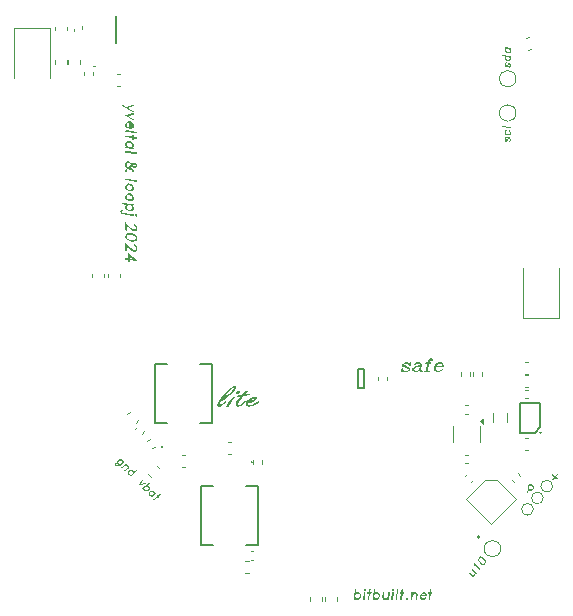
<source format=gbr>
%TF.GenerationSoftware,KiCad,Pcbnew,8.99.0-2194-gb3b7cbcab2*%
%TF.CreationDate,2024-09-04T21:17:35-04:00*%
%TF.ProjectId,thundervolt_lite,7468756e-6465-4727-966f-6c745f6c6974,rev?*%
%TF.SameCoordinates,PX85b368ePY7384544*%
%TF.FileFunction,Legend,Top*%
%TF.FilePolarity,Positive*%
%FSLAX46Y46*%
G04 Gerber Fmt 4.6, Leading zero omitted, Abs format (unit mm)*
G04 Created by KiCad (PCBNEW 8.99.0-2194-gb3b7cbcab2) date 2024-09-04 21:17:35*
%MOMM*%
%LPD*%
G01*
G04 APERTURE LIST*
%ADD10C,0.140000*%
%ADD11C,0.150000*%
%ADD12C,0.112500*%
%ADD13C,0.300000*%
%ADD14C,0.120000*%
%ADD15C,0.100000*%
%ADD16C,0.127000*%
%ADD17C,0.200000*%
G04 APERTURE END LIST*
D10*
X-12083388Y31078826D02*
G75*
G02*
X-12043876Y31361633I9518J142834D01*
G01*
D11*
G36*
X-11156303Y40269927D02*
G01*
X-11141135Y40258203D01*
X-11129412Y40243109D01*
X-11126041Y40180974D01*
X-11129412Y40164194D01*
X-11141135Y40149100D01*
X-11156303Y40140674D01*
X-11573006Y40018162D01*
X-11157548Y39791455D01*
X-11142454Y39779732D01*
X-11130731Y39764637D01*
X-11127360Y39744487D01*
X-11130731Y39685723D01*
X-11142454Y39670628D01*
X-11157548Y39662202D01*
X-11174328Y39662202D01*
X-11192793Y39667258D01*
X-12105772Y40170935D01*
X-12120867Y40182659D01*
X-12130905Y40199439D01*
X-12134276Y40217903D01*
X-12130905Y40280039D01*
X-12105699Y40300189D01*
X-12087234Y40303559D01*
X-12068770Y40295133D01*
X-11737723Y40108800D01*
X-11191547Y40274983D01*
X-11174768Y40276668D01*
X-11156303Y40269927D01*
G37*
G36*
X-11156230Y39577059D02*
G01*
X-11141135Y39565335D01*
X-11129412Y39550241D01*
X-11126041Y39488106D01*
X-11129412Y39471326D01*
X-11141135Y39456232D01*
X-11156230Y39447806D01*
X-11572639Y39325293D01*
X-11157548Y39098587D01*
X-11142454Y39086864D01*
X-11130731Y39071769D01*
X-11126041Y39051619D01*
X-11126041Y39007949D01*
X-11129412Y38992855D01*
X-11141135Y38977760D01*
X-11156230Y38969334D01*
X-11174694Y38969334D01*
X-11191547Y38974390D01*
X-11800957Y39310126D01*
X-11816052Y39321923D01*
X-11826090Y39337017D01*
X-11829460Y39357167D01*
X-11826090Y39372261D01*
X-11816052Y39389041D01*
X-11800957Y39397467D01*
X-11191547Y39582115D01*
X-11174694Y39583800D01*
X-11156230Y39577059D01*
G37*
G36*
X-11419645Y38874152D02*
G01*
X-11288634Y38813702D01*
X-11270169Y38800293D01*
X-11182828Y38702914D01*
X-11130731Y38597108D01*
X-11126041Y38575346D01*
X-11126041Y38444334D01*
X-11131097Y38425869D01*
X-11174621Y38343657D01*
X-11239907Y38286577D01*
X-11325343Y38254631D01*
X-11347105Y38251260D01*
X-11477751Y38268113D01*
X-11494530Y38273095D01*
X-11509551Y38284892D01*
X-11521275Y38301672D01*
X-11524645Y38320136D01*
X-11524645Y38392310D01*
X-11388651Y38392310D01*
X-11359562Y38388940D01*
X-11294569Y38414146D01*
X-11262036Y38472910D01*
X-11262036Y38580328D01*
X-11297939Y38655873D01*
X-11328787Y38689505D01*
X-11388651Y38716323D01*
X-11388651Y38392310D01*
X-11524645Y38392310D01*
X-11524645Y38746584D01*
X-11626934Y38726434D01*
X-11657636Y38699543D01*
X-11693466Y38634037D01*
X-11693466Y38526619D01*
X-11661592Y38457816D01*
X-11589419Y38414146D01*
X-11565898Y38383957D01*
X-11567583Y38348640D01*
X-11619607Y38298301D01*
X-11636387Y38289875D01*
X-11653166Y38289875D01*
X-11671631Y38294931D01*
X-11686798Y38306728D01*
X-11773260Y38405719D01*
X-11824771Y38509840D01*
X-11829460Y38531675D01*
X-11829460Y38662614D01*
X-11824405Y38681079D01*
X-11780734Y38763364D01*
X-11685040Y38850632D01*
X-11666502Y38860744D01*
X-11535490Y38887561D01*
X-11419645Y38874152D01*
G37*
G36*
X-10849802Y37994805D02*
G01*
X-10834635Y37983081D01*
X-10824597Y37966229D01*
X-10821226Y37904166D01*
X-10824597Y37885702D01*
X-10834635Y37872219D01*
X-10849802Y37863866D01*
X-10868267Y37863866D01*
X-11782419Y37974655D01*
X-11800884Y37981396D01*
X-11816052Y37993120D01*
X-11826090Y38009899D01*
X-11829460Y38028364D01*
X-11826090Y38090499D01*
X-11816052Y38103908D01*
X-11800884Y38112335D01*
X-11782419Y38112335D01*
X-10868267Y38001546D01*
X-10849802Y37994805D01*
G37*
G36*
X-11157695Y37726773D02*
G01*
X-11142527Y37713364D01*
X-11130731Y37696584D01*
X-11127360Y37594149D01*
X-10868560Y37563961D01*
X-10849949Y37557219D01*
X-10834782Y37545496D01*
X-10824597Y37528716D01*
X-10821226Y37510252D01*
X-10821226Y37466581D01*
X-10825915Y37448116D01*
X-10835954Y37434707D01*
X-10851048Y37426281D01*
X-10869513Y37426281D01*
X-11126041Y37456543D01*
X-11126041Y37372572D01*
X-11130731Y37357478D01*
X-11142527Y37342310D01*
X-11157695Y37335642D01*
X-11174474Y37332272D01*
X-11218292Y37337328D01*
X-11236756Y37343995D01*
X-11251924Y37355792D01*
X-11262036Y37372572D01*
X-11265406Y37473322D01*
X-11782566Y37537069D01*
X-11801031Y37543811D01*
X-11816052Y37555534D01*
X-11826090Y37572314D01*
X-11829460Y37634449D01*
X-11826090Y37652914D01*
X-11816052Y37666396D01*
X-11801031Y37674749D01*
X-11782566Y37674749D01*
X-11265406Y37610928D01*
X-11265406Y37694899D01*
X-11262036Y37711679D01*
X-11251924Y37726773D01*
X-11236756Y37735199D01*
X-11218292Y37736885D01*
X-11174474Y37731829D01*
X-11157695Y37726773D01*
G37*
G36*
X-11419645Y37218772D02*
G01*
X-11288634Y37158322D01*
X-11270169Y37144913D01*
X-11182828Y37045848D01*
X-11130731Y36941728D01*
X-11126041Y36919965D01*
X-11126041Y36788954D01*
X-11131024Y36770489D01*
X-11174108Y36688277D01*
X-11189056Y36669812D01*
X-11156669Y36661386D01*
X-11142088Y36649662D01*
X-11130731Y36634494D01*
X-11127360Y36614418D01*
X-11130731Y36555653D01*
X-11142454Y36540485D01*
X-11157475Y36532132D01*
X-11174181Y36532132D01*
X-11781320Y36605991D01*
X-11799712Y36612732D01*
X-11814733Y36624456D01*
X-11824771Y36639550D01*
X-11828142Y36701686D01*
X-11824771Y36718465D01*
X-11815026Y36733559D01*
X-11800444Y36741986D01*
X-11766446Y36740300D01*
X-11781467Y36762136D01*
X-11824771Y36854460D01*
X-11829460Y36876295D01*
X-11829460Y36978657D01*
X-11693466Y36978657D01*
X-11693466Y36871239D01*
X-11624077Y36723521D01*
X-11331425Y36686591D01*
X-11262036Y36817530D01*
X-11262036Y36924948D01*
X-11297573Y37000492D01*
X-11328054Y37034125D01*
X-11441407Y37084463D01*
X-11514094Y37094501D01*
X-11627447Y37071054D01*
X-11657929Y37044163D01*
X-11693466Y36978657D01*
X-11829460Y36978657D01*
X-11829460Y37007233D01*
X-11824405Y37025698D01*
X-11780734Y37107984D01*
X-11685040Y37195252D01*
X-11666502Y37205363D01*
X-11535490Y37232181D01*
X-11419645Y37218772D01*
G37*
G36*
X-10849802Y36251497D02*
G01*
X-10834635Y36239774D01*
X-10824597Y36222921D01*
X-10821226Y36160859D01*
X-10824597Y36142394D01*
X-10834635Y36128912D01*
X-10849802Y36120559D01*
X-10868267Y36120559D01*
X-11782419Y36231347D01*
X-11800884Y36238088D01*
X-11816052Y36249812D01*
X-11826090Y36266591D01*
X-11829460Y36285056D01*
X-11826090Y36347192D01*
X-11816052Y36360600D01*
X-11800884Y36369027D01*
X-11782419Y36369027D01*
X-10868267Y36258238D01*
X-10849802Y36251497D01*
G37*
G36*
X-11500099Y35527342D02*
G01*
X-11400961Y35475318D01*
X-11313546Y35388050D01*
X-11258152Y35297411D01*
X-11231261Y35312506D01*
X-11100176Y35356176D01*
X-10999352Y35359473D01*
X-10977517Y35354491D01*
X-10878379Y35300782D01*
X-10826282Y35201717D01*
X-10821226Y35181567D01*
X-10826282Y35116061D01*
X-10878379Y35016996D01*
X-10977517Y34964972D01*
X-10999352Y34959917D01*
X-11086767Y34959917D01*
X-11106917Y34964972D01*
X-11206055Y35016996D01*
X-11300137Y35112691D01*
X-11463170Y34980067D01*
X-11288560Y34921302D01*
X-11182754Y34865908D01*
X-11130731Y34766843D01*
X-11126041Y34746693D01*
X-11126041Y34659425D01*
X-11129412Y34640960D01*
X-11141355Y34625866D01*
X-11156669Y34615754D01*
X-11173668Y34612457D01*
X-11236537Y34615754D01*
X-11251851Y34625866D01*
X-11262036Y34640960D01*
X-11265406Y34734969D01*
X-11282186Y34768528D01*
X-11324171Y34790363D01*
X-11586048Y34877704D01*
X-11658222Y34805457D01*
X-11693466Y34734969D01*
X-11693466Y34659425D01*
X-11696763Y34640960D01*
X-11706582Y34625866D01*
X-11721383Y34615754D01*
X-11739408Y34612457D01*
X-11782126Y34612457D01*
X-11800151Y34615754D01*
X-11814952Y34625866D01*
X-11824771Y34640960D01*
X-11829460Y34659425D01*
X-11829460Y34746693D01*
X-11824771Y34766843D01*
X-11772747Y34865908D01*
X-11697203Y34941452D01*
X-11781174Y35030405D01*
X-11824771Y35116061D01*
X-11829460Y35137896D01*
X-11829460Y35300709D01*
X-11693466Y35300709D01*
X-11693466Y35149620D01*
X-11658222Y35079132D01*
X-11626348Y35045573D01*
X-11601142Y35033776D01*
X-11418150Y35184938D01*
X-11189862Y35184938D01*
X-11179750Y35166473D01*
X-11146191Y35132841D01*
X-11075703Y35097596D01*
X-11010197Y35097596D01*
X-10976638Y35114376D01*
X-10959858Y35149620D01*
X-10959858Y35169843D01*
X-10976638Y35203402D01*
X-11010197Y35221867D01*
X-11079000Y35221867D01*
X-11189862Y35184938D01*
X-11418150Y35184938D01*
X-11369454Y35225164D01*
X-11429904Y35325915D01*
X-11463463Y35359473D01*
X-11534024Y35394791D01*
X-11599457Y35394791D01*
X-11661592Y35362844D01*
X-11693466Y35300709D01*
X-11829460Y35300709D01*
X-11829460Y35312506D01*
X-11824405Y35332582D01*
X-11772308Y35431647D01*
X-11716840Y35483744D01*
X-11629499Y35527342D01*
X-11607664Y35532397D01*
X-11521934Y35532397D01*
X-11500099Y35527342D01*
G37*
G36*
X-10849802Y33905594D02*
G01*
X-10834635Y33893870D01*
X-10824597Y33877017D01*
X-10821226Y33814955D01*
X-10824597Y33796490D01*
X-10834635Y33783008D01*
X-10849802Y33774655D01*
X-10868267Y33774655D01*
X-11782419Y33885443D01*
X-11800884Y33892185D01*
X-11816052Y33903908D01*
X-11826090Y33920688D01*
X-11829460Y33939152D01*
X-11826090Y34001288D01*
X-11816052Y34014697D01*
X-11800884Y34023123D01*
X-11782419Y34023123D01*
X-10868267Y33912335D01*
X-10849802Y33905594D01*
G37*
G36*
X-11419865Y33609058D02*
G01*
X-11288853Y33548608D01*
X-11270389Y33535199D01*
X-11174694Y33424411D01*
X-11126041Y33313549D01*
X-11126041Y33179240D01*
X-11130731Y33160775D01*
X-11182828Y33066766D01*
X-11270242Y32991222D01*
X-11288707Y32981183D01*
X-11419792Y32954292D01*
X-11522301Y32964404D01*
X-11666795Y33028151D01*
X-11685260Y33041633D01*
X-11772674Y33140625D01*
X-11824771Y33244746D01*
X-11829460Y33266581D01*
X-11829460Y33368943D01*
X-11693466Y33368943D01*
X-11693466Y33261525D01*
X-11657929Y33185981D01*
X-11627447Y33152422D01*
X-11514094Y33102010D01*
X-11441407Y33091972D01*
X-11328054Y33115492D01*
X-11297573Y33142310D01*
X-11262036Y33207816D01*
X-11262036Y33315234D01*
X-11297573Y33390778D01*
X-11328054Y33424411D01*
X-11441407Y33476434D01*
X-11514094Y33486473D01*
X-11627447Y33461340D01*
X-11657929Y33434449D01*
X-11693466Y33368943D01*
X-11829460Y33368943D01*
X-11829460Y33397520D01*
X-11824405Y33415984D01*
X-11772381Y33511679D01*
X-11685113Y33585538D01*
X-11666648Y33595649D01*
X-11535636Y33622467D01*
X-11419865Y33609058D01*
G37*
G36*
X-11419865Y32782540D02*
G01*
X-11288853Y32722090D01*
X-11270389Y32708681D01*
X-11174694Y32597893D01*
X-11126041Y32487031D01*
X-11126041Y32352722D01*
X-11130731Y32334257D01*
X-11182828Y32240248D01*
X-11270242Y32164704D01*
X-11288707Y32154665D01*
X-11419792Y32127774D01*
X-11522301Y32137886D01*
X-11666795Y32201633D01*
X-11685260Y32215116D01*
X-11772674Y32314107D01*
X-11824771Y32418228D01*
X-11829460Y32440063D01*
X-11829460Y32542425D01*
X-11693466Y32542425D01*
X-11693466Y32435007D01*
X-11657929Y32359463D01*
X-11627447Y32325904D01*
X-11514094Y32275492D01*
X-11441407Y32265454D01*
X-11328054Y32288975D01*
X-11297573Y32315792D01*
X-11262036Y32381298D01*
X-11262036Y32488716D01*
X-11297573Y32564261D01*
X-11328054Y32597893D01*
X-11441407Y32649917D01*
X-11514094Y32659955D01*
X-11627447Y32634822D01*
X-11657929Y32607931D01*
X-11693466Y32542425D01*
X-11829460Y32542425D01*
X-11829460Y32571002D01*
X-11824405Y32589467D01*
X-11772381Y32685161D01*
X-11685113Y32759020D01*
X-11666648Y32769132D01*
X-11535636Y32795949D01*
X-11419865Y32782540D01*
G37*
G36*
X-11174328Y31885534D02*
G01*
X-11157548Y31878793D01*
X-11142454Y31867069D01*
X-11130731Y31851902D01*
X-11126041Y31831752D01*
X-11126041Y31789840D01*
X-11129338Y31772987D01*
X-11140989Y31757893D01*
X-11155863Y31749540D01*
X-11189056Y31751225D01*
X-11174035Y31729390D01*
X-11130731Y31637066D01*
X-11126041Y31615231D01*
X-11126041Y31484292D01*
X-11131097Y31465827D01*
X-11183121Y31371745D01*
X-11270462Y31296201D01*
X-11289000Y31286162D01*
X-11435106Y31259271D01*
X-11535856Y31272753D01*
X-11666868Y31333130D01*
X-11685333Y31346612D01*
X-11781100Y31457401D01*
X-11824771Y31549725D01*
X-11829460Y31571560D01*
X-11829460Y31673995D01*
X-11693466Y31673995D01*
X-11693466Y31566504D01*
X-11657929Y31490960D01*
X-11627447Y31457401D01*
X-11514094Y31407062D01*
X-11441407Y31396951D01*
X-11328054Y31420471D01*
X-11297573Y31447363D01*
X-11262036Y31512795D01*
X-11262036Y31620213D01*
X-11331425Y31768005D01*
X-11624077Y31804934D01*
X-11693466Y31673995D01*
X-11829460Y31673995D01*
X-11829460Y31702499D01*
X-11824478Y31720963D01*
X-11781394Y31803249D01*
X-11766446Y31821714D01*
X-12087234Y31862014D01*
X-12105699Y31867069D01*
X-12120867Y31878793D01*
X-12130905Y31895573D01*
X-12134276Y31914037D01*
X-12130905Y31974487D01*
X-12120867Y31987896D01*
X-12105772Y31996323D01*
X-12087308Y31998008D01*
X-11174328Y31885534D01*
G37*
G36*
X-10824597Y30962516D02*
G01*
X-10821226Y30900454D01*
X-10824597Y30881989D01*
X-10878306Y30829892D01*
X-10893400Y30821539D01*
X-10955535Y30826595D01*
X-10974000Y30831577D01*
X-10989094Y30843374D01*
X-11042803Y30908807D01*
X-11046174Y30972628D01*
X-11042803Y30989407D01*
X-10989094Y31041431D01*
X-10974000Y31049857D01*
X-10911865Y31046487D01*
X-10893400Y31039746D01*
X-10878306Y31028022D01*
X-10824597Y30962516D01*
G37*
G36*
X-11156303Y31029707D02*
G01*
X-11141135Y31016298D01*
X-11129412Y31001131D01*
X-11126041Y30937383D01*
X-11129412Y30920604D01*
X-11141135Y30905437D01*
X-11156303Y30898769D01*
X-11173082Y30897083D01*
X-12087234Y31009557D01*
X-12105699Y31014613D01*
X-12120867Y31026337D01*
X-12130905Y31043116D01*
X-12134276Y31061581D01*
X-12130905Y31123716D01*
X-12120867Y31137125D01*
X-12105699Y31145552D01*
X-12087234Y31147237D01*
X-11173082Y31034763D01*
X-11156303Y31029707D01*
G37*
G36*
X-11767179Y30324090D02*
G01*
X-11750326Y30312293D01*
X-11317576Y29870751D01*
X-11191254Y29771759D01*
X-11117175Y29724718D01*
X-11051523Y29716291D01*
X-10989241Y29741497D01*
X-10957220Y29800262D01*
X-10957220Y29951351D01*
X-10989094Y30020227D01*
X-11051230Y30058769D01*
X-11101568Y30068880D01*
X-11116662Y30080604D01*
X-11126774Y30097383D01*
X-11131756Y30115848D01*
X-11126774Y30176298D01*
X-11116662Y30189781D01*
X-11101568Y30198134D01*
X-11041118Y30193078D01*
X-11019283Y30186410D01*
X-10932308Y30132701D01*
X-10869146Y30060454D01*
X-10825915Y29968130D01*
X-10821226Y29946295D01*
X-10821226Y29771759D01*
X-10826282Y29753294D01*
X-10870026Y29671009D01*
X-10934066Y29612244D01*
X-11021627Y29581982D01*
X-11043463Y29578685D01*
X-11129338Y29590409D01*
X-11151247Y29597150D01*
X-11243864Y29654229D01*
X-11373557Y29756591D01*
X-11693466Y30082289D01*
X-11693466Y29662582D01*
X-11696763Y29644118D01*
X-11706582Y29630709D01*
X-11721383Y29622282D01*
X-11782126Y29625653D01*
X-11800151Y29632394D01*
X-11814952Y29644118D01*
X-11824771Y29660897D01*
X-11829460Y29679362D01*
X-11829460Y30287160D01*
X-11826090Y30305625D01*
X-11815978Y30319034D01*
X-11800811Y30327387D01*
X-11784031Y30329072D01*
X-11767179Y30324090D01*
G37*
G36*
X-11253170Y29396089D02*
G01*
X-11018550Y29315489D01*
X-10877866Y29201330D01*
X-10825915Y29041815D01*
X-10825915Y28932711D01*
X-10869440Y28808514D01*
X-10887904Y28786679D01*
X-11035329Y28711134D01*
X-11261523Y28694355D01*
X-11400594Y28711134D01*
X-11635141Y28791661D01*
X-11775825Y28905820D01*
X-11829460Y29072076D01*
X-11828438Y29134139D01*
X-11693466Y29134139D01*
X-11693466Y29063650D01*
X-11663278Y28967956D01*
X-11591104Y28912561D01*
X-11388065Y28847129D01*
X-11267311Y28833647D01*
X-11064272Y28848741D01*
X-10992098Y28885744D01*
X-10961910Y28973012D01*
X-10961910Y29043500D01*
X-10992098Y29137509D01*
X-11064272Y29194589D01*
X-11267311Y29260095D01*
X-11388065Y29273503D01*
X-11591104Y29258409D01*
X-11663278Y29219794D01*
X-11693466Y29134139D01*
X-11828438Y29134139D01*
X-11827775Y29174439D01*
X-11784251Y29297024D01*
X-11765786Y29320545D01*
X-11618361Y29396089D01*
X-11392168Y29412868D01*
X-11253170Y29396089D01*
G37*
G36*
X-11767179Y28588988D02*
G01*
X-11750326Y28577192D01*
X-11317576Y28135649D01*
X-11191254Y28036658D01*
X-11117175Y27989617D01*
X-11051523Y27981190D01*
X-10989241Y28006396D01*
X-10957220Y28065161D01*
X-10957220Y28216249D01*
X-10989094Y28285126D01*
X-11051230Y28323667D01*
X-11101568Y28333779D01*
X-11116662Y28345503D01*
X-11126774Y28362282D01*
X-11131756Y28380747D01*
X-11126774Y28441197D01*
X-11116662Y28454679D01*
X-11101568Y28463032D01*
X-11041118Y28457977D01*
X-11019283Y28451309D01*
X-10932308Y28397600D01*
X-10869146Y28325353D01*
X-10825915Y28233029D01*
X-10821226Y28211194D01*
X-10821226Y28036658D01*
X-10826282Y28018193D01*
X-10870026Y27935908D01*
X-10934066Y27877143D01*
X-11021627Y27846881D01*
X-11043463Y27843584D01*
X-11129338Y27855307D01*
X-11151247Y27862049D01*
X-11243864Y27919128D01*
X-11373557Y28021490D01*
X-11693466Y28347188D01*
X-11693466Y27927481D01*
X-11696763Y27909016D01*
X-11706582Y27895607D01*
X-11721383Y27887181D01*
X-11782126Y27890552D01*
X-11800151Y27897293D01*
X-11814952Y27909016D01*
X-11824771Y27925796D01*
X-11829460Y27944261D01*
X-11829460Y28552059D01*
X-11826090Y28570524D01*
X-11815978Y28583933D01*
X-11800811Y28592286D01*
X-11784031Y28593971D01*
X-11767179Y28588988D01*
G37*
G36*
X-11538494Y27686120D02*
G01*
X-10841376Y27122066D01*
X-10829652Y27108657D01*
X-10821226Y27088507D01*
X-10823131Y27071728D01*
X-10830605Y27056560D01*
X-10850682Y27041466D01*
X-10869073Y27039781D01*
X-11473061Y27113640D01*
X-11473061Y26987757D01*
X-11476432Y26969292D01*
X-11486470Y26955883D01*
X-11501638Y26947457D01*
X-11520103Y26945771D01*
X-11562015Y26950827D01*
X-11580479Y26957568D01*
X-11595647Y26969292D01*
X-11605685Y26986072D01*
X-11609056Y27004536D01*
X-11609056Y27130492D01*
X-11800664Y27158995D01*
X-11815905Y27170719D01*
X-11826090Y27187572D01*
X-11829460Y27247949D01*
X-11826090Y27266413D01*
X-11815905Y27279896D01*
X-11800664Y27288249D01*
X-11609056Y27268099D01*
X-11609056Y27476267D01*
X-11474893Y27476267D01*
X-11473061Y27251319D01*
X-11148902Y27211019D01*
X-11474893Y27476267D01*
X-11609056Y27476267D01*
X-11609056Y27655932D01*
X-11609056Y27672711D01*
X-11587220Y27694547D01*
X-11553588Y27696232D01*
X-11538494Y27686120D01*
G37*
D12*
G36*
X24309014Y8570689D02*
G01*
X24305528Y8583768D01*
X24307315Y8597215D01*
X24314534Y8609289D01*
X24462389Y8779377D01*
X24292260Y8927268D01*
X24283467Y8938262D01*
X24279862Y8951371D01*
X24281643Y8964895D01*
X24310273Y9001683D01*
X24321266Y9010476D01*
X24334411Y9014122D01*
X24347894Y9012377D01*
X24360004Y9005199D01*
X24530134Y8857308D01*
X24677989Y9027396D01*
X24688941Y9036225D01*
X24702009Y9039866D01*
X24715445Y9038235D01*
X24751818Y9009966D01*
X24760487Y8999080D01*
X24763972Y8986002D01*
X24762186Y8972555D01*
X24754966Y8960481D01*
X24607111Y8790393D01*
X24777199Y8642537D01*
X24785992Y8631544D01*
X24789597Y8618435D01*
X24787816Y8604910D01*
X24759186Y8568123D01*
X24748193Y8559330D01*
X24735048Y8555684D01*
X24721565Y8557429D01*
X24709455Y8564606D01*
X24539367Y8712462D01*
X24391511Y8542374D01*
X24380559Y8533544D01*
X24367492Y8529904D01*
X24354056Y8531535D01*
X24317683Y8559804D01*
X24309014Y8570689D01*
G37*
G36*
X20676204Y37137310D02*
G01*
X20657355Y37154950D01*
X20653563Y37168799D01*
X20653563Y37204080D01*
X20663619Y37226721D01*
X20698900Y37243098D01*
X20719014Y37299756D01*
X20719014Y37385375D01*
X20698845Y37447089D01*
X20681205Y37459674D01*
X20664828Y37462202D01*
X20639659Y37450826D01*
X20558986Y37268267D01*
X20518704Y37196496D01*
X20444350Y37165007D01*
X20427974Y37163798D01*
X20412861Y37168799D01*
X20336035Y37220456D01*
X20296962Y37333773D01*
X20294434Y37444561D01*
X20330100Y37547821D01*
X20336474Y37560406D01*
X20414070Y37590631D01*
X20426655Y37593159D01*
X20440504Y37590631D01*
X20451824Y37581783D01*
X20461881Y37567934D01*
X20464409Y37552822D01*
X20461881Y37508748D01*
X20445504Y37491163D01*
X20419071Y37482315D01*
X20398958Y37425657D01*
X20398958Y37340038D01*
X20419071Y37278378D01*
X20429128Y37272059D01*
X20446713Y37278378D01*
X20461771Y37308549D01*
X20527057Y37460938D01*
X20567284Y37532709D01*
X20641363Y37562934D01*
X20689118Y37560406D01*
X20705440Y37555405D01*
X20780838Y37505011D01*
X20821010Y37390431D01*
X20821010Y37269531D01*
X20780728Y37165007D01*
X20705165Y37133573D01*
X20690053Y37132309D01*
X20676204Y37137310D01*
G37*
G36*
X20411817Y38178535D02*
G01*
X20425666Y38179799D01*
X20439514Y38174799D01*
X20483533Y38129461D01*
X20493645Y38104292D01*
X20484797Y38081595D01*
X20419346Y38053898D01*
X20395441Y38009825D01*
X20395441Y37929261D01*
X20422094Y37872603D01*
X20444955Y37847379D01*
X20529970Y37808361D01*
X20584485Y37800832D01*
X20669500Y37819682D01*
X20692361Y37839850D01*
X20719014Y37888979D01*
X20719014Y37969543D01*
X20695108Y38021145D01*
X20629602Y38063955D01*
X20620810Y38089179D01*
X20632130Y38111821D01*
X20676204Y38147101D01*
X20688789Y38147101D01*
X20702637Y38143310D01*
X20778859Y38060218D01*
X20817492Y37982128D01*
X20821010Y37965751D01*
X20821010Y37867547D01*
X20817218Y37853699D01*
X20784465Y37791985D01*
X20712694Y37726534D01*
X20698790Y37718950D01*
X20600531Y37698836D01*
X20513648Y37708893D01*
X20415389Y37754231D01*
X20401541Y37764287D01*
X20336035Y37837322D01*
X20296962Y37916677D01*
X20293445Y37932998D01*
X20293445Y38031257D01*
X20297182Y38045106D01*
X20329495Y38106765D01*
X20400442Y38172271D01*
X20411817Y38178535D01*
G37*
G36*
X20086266Y38368404D02*
G01*
X20074890Y38377197D01*
X20067362Y38389836D01*
X20064834Y38436383D01*
X20067362Y38450231D01*
X20074890Y38460343D01*
X20086266Y38466608D01*
X20100115Y38466608D01*
X20785729Y38383516D01*
X20799577Y38378460D01*
X20810953Y38369668D01*
X20818482Y38357083D01*
X20821010Y38343235D01*
X20818482Y38296633D01*
X20810953Y38286576D01*
X20799577Y38280257D01*
X20785729Y38280257D01*
X20100115Y38363348D01*
X20086266Y38368404D01*
G37*
D13*
G36*
X-2521324Y16461999D02*
G01*
X-2474943Y16437379D01*
X-2443033Y16402205D01*
X-2432445Y16362152D01*
X-2452755Y16275255D01*
X-2527119Y16149355D01*
X-2681048Y15970160D01*
X-2946088Y15721259D01*
X-3193061Y15526024D01*
X-3495817Y15323265D01*
X-3724429Y15183925D01*
X-3815837Y15012710D01*
X-3846428Y14921852D01*
X-3835398Y14898923D01*
X-3803014Y14891444D01*
X-3759984Y14898641D01*
X-3700540Y14925544D01*
X-3617084Y14983768D01*
X-3453502Y15147532D01*
X-3403851Y15185818D01*
X-3358431Y15196259D01*
X-3313903Y15186604D01*
X-3299263Y15158035D01*
X-3312942Y15118725D01*
X-3370333Y15044894D01*
X-3503328Y14916967D01*
X-3623280Y14823594D01*
X-3726862Y14766453D01*
X-3817568Y14736464D01*
X-3899551Y14727313D01*
X-3972449Y14738510D01*
X-4031442Y14772742D01*
X-4058043Y14808026D01*
X-4067346Y14851754D01*
X-4052582Y14935137D01*
X-3997370Y15064978D01*
X-3915873Y15207382D01*
X-3790191Y15395805D01*
X-3768492Y15424137D01*
X-3567625Y15424137D01*
X-3313386Y15587873D01*
X-3066317Y15787236D01*
X-2826470Y16026562D01*
X-2683475Y16205655D01*
X-2653180Y16279964D01*
X-2661930Y16299919D01*
X-2686336Y16306098D01*
X-2750506Y16288548D01*
X-2872265Y16208892D01*
X-3091168Y16008611D01*
X-3325915Y15748546D01*
X-3567625Y15424137D01*
X-3768492Y15424137D01*
X-3540305Y15722076D01*
X-3300319Y15991550D01*
X-3070102Y16211210D01*
X-2902099Y16343364D01*
X-2769633Y16420767D01*
X-2664814Y16459168D01*
X-2579724Y16470229D01*
X-2521324Y16461999D01*
G37*
G36*
X-2628816Y15555784D02*
G01*
X-2594543Y15551000D01*
X-2566718Y15536611D01*
X-2549132Y15504249D01*
X-2560453Y15475811D01*
X-2609399Y15420229D01*
X-2801703Y15208731D01*
X-2912382Y15059971D01*
X-3002801Y14912708D01*
X-3082375Y14760652D01*
X-3112601Y14718329D01*
X-3148088Y14696711D01*
X-3190270Y14689821D01*
X-3229819Y14695662D01*
X-3260428Y14713146D01*
X-3278462Y14732922D01*
X-3284242Y14753691D01*
X-3263719Y14816317D01*
X-3152717Y15027487D01*
X-3025259Y15211400D01*
X-2820059Y15431465D01*
X-2708867Y15528673D01*
X-2667918Y15549541D01*
X-2628816Y15555784D01*
G37*
G36*
X-2239371Y16063809D02*
G01*
X-2183975Y16056030D01*
X-2152990Y16034989D01*
X-2141369Y15996765D01*
X-2161543Y15938648D01*
X-2232960Y15866583D01*
X-2325106Y15812989D01*
X-2403319Y15798073D01*
X-2441339Y15803247D01*
X-2471280Y15818590D01*
X-2490668Y15839471D01*
X-2497292Y15865118D01*
X-2486766Y15907517D01*
X-2452355Y15954367D01*
X-2387016Y16007756D01*
X-2303654Y16051882D01*
X-2239371Y16063809D01*
G37*
G36*
X-1860734Y15613548D02*
G01*
X-1985631Y15470638D01*
X-2105282Y15305191D01*
X-2204655Y15137995D01*
X-2253319Y15021066D01*
X-2266665Y14941880D01*
X-2261078Y14911574D01*
X-2246698Y14892299D01*
X-2222598Y14880199D01*
X-2186432Y14875812D01*
X-2126658Y14885935D01*
X-2048382Y14923063D01*
X-1942982Y15002574D01*
X-1779584Y15160721D01*
X-1733822Y15197614D01*
X-1690374Y15207738D01*
X-1641098Y15194183D01*
X-1623146Y15166950D01*
X-1656413Y15103966D01*
X-1822998Y14939193D01*
X-1958122Y14834433D01*
X-2073443Y14770650D01*
X-2173151Y14737394D01*
X-2262086Y14727313D01*
X-2328873Y14734437D01*
X-2387683Y14755717D01*
X-2441055Y14793258D01*
X-2472984Y14841018D01*
X-2485202Y14912082D01*
X-2471162Y15021460D01*
X-2425402Y15149556D01*
X-2341220Y15300062D01*
X-2153276Y15558349D01*
X-2227281Y15555784D01*
X-2306233Y15570072D01*
X-2342733Y15593607D01*
X-2354043Y15621119D01*
X-2339454Y15652952D01*
X-2291395Y15679249D01*
X-2138071Y15697445D01*
X-1997754Y15722724D01*
X-1913019Y15813729D01*
X-1764929Y15953778D01*
X-1639266Y16059901D01*
X-1587565Y16087688D01*
X-1548958Y16095072D01*
X-1521391Y16090409D01*
X-1491255Y16074434D01*
X-1471269Y16054478D01*
X-1465243Y16035844D01*
X-1485520Y15992392D01*
X-1581198Y15891008D01*
X-1686344Y15787815D01*
X-1484990Y15820977D01*
X-1372736Y15829336D01*
X-1303755Y15820867D01*
X-1267239Y15799044D01*
X-1254218Y15761559D01*
X-1264861Y15731636D01*
X-1296166Y15711001D01*
X-1405343Y15696468D01*
X-1465726Y15689641D01*
X-1713272Y15644567D01*
X-1860734Y15613548D01*
G37*
G36*
X-805625Y15573548D02*
G01*
X-758160Y15556395D01*
X-716601Y15521931D01*
X-702656Y15477993D01*
X-724491Y15402448D01*
X-803956Y15297742D01*
X-919405Y15197153D01*
X-1059503Y15113572D01*
X-1226969Y15045854D01*
X-1426042Y14994026D01*
X-1426042Y14972777D01*
X-1420520Y14945996D01*
X-1404610Y14923806D01*
X-1341864Y14888678D01*
X-1241395Y14875812D01*
X-1127558Y14888102D01*
X-996041Y14928994D01*
X-840158Y15007673D01*
X-653563Y15136786D01*
X-591256Y15173867D01*
X-548600Y15183192D01*
X-525309Y15179322D01*
X-503171Y15166705D01*
X-489615Y15143869D01*
X-503443Y15109716D01*
X-559592Y15052742D01*
X-688185Y14960687D01*
X-849230Y14869146D01*
X-1017363Y14798021D01*
X-1192389Y14749759D01*
X-1343794Y14735128D01*
X-1442976Y14743590D01*
X-1523634Y14767664D01*
X-1590174Y14807546D01*
X-1634632Y14864160D01*
X-1650990Y14943712D01*
X-1632427Y15053674D01*
X-1601882Y15112972D01*
X-1376217Y15112972D01*
X-1254160Y15146984D01*
X-1164825Y15183558D01*
X-1035610Y15263246D01*
X-938961Y15350132D01*
X-915786Y15381916D01*
X-909103Y15407162D01*
X-917567Y15424963D01*
X-942258Y15430732D01*
X-996064Y15420518D01*
X-1090086Y15377975D01*
X-1196195Y15309405D01*
X-1291664Y15222083D01*
X-1376217Y15112972D01*
X-1601882Y15112972D01*
X-1575309Y15164558D01*
X-1474928Y15278680D01*
X-1323460Y15397881D01*
X-1176998Y15486623D01*
X-1053704Y15541526D01*
X-948991Y15570462D01*
X-858178Y15579232D01*
X-805625Y15573548D01*
G37*
D12*
G36*
X-10415922Y8544999D02*
G01*
X-10401699Y8546787D01*
X-10387477Y8544999D01*
X-10352737Y8513835D01*
X-10345626Y8503148D01*
X-10343839Y8488926D01*
X-10347375Y8476452D01*
X-10503238Y8190646D01*
X-10162873Y8290552D01*
X-10148651Y8292339D01*
X-10134429Y8290552D01*
X-10121256Y8282353D01*
X-10098096Y8259193D01*
X-10091878Y8249400D01*
X-10090091Y8235178D01*
X-10093627Y8222704D01*
X-10103419Y8212912D01*
X-10115038Y8206656D01*
X-10616278Y8061518D01*
X-10630539Y8059770D01*
X-10643868Y8062451D01*
X-10656341Y8071349D01*
X-10662559Y8081142D01*
X-10666134Y8095364D01*
X-10662597Y8107838D01*
X-10437333Y8528951D01*
X-10429289Y8538782D01*
X-10415922Y8544999D01*
G37*
G36*
X-9801370Y8282197D02*
G01*
X-9789790Y8274192D01*
X-9759519Y8240346D01*
X-9757731Y8227912D01*
X-9761345Y8215438D01*
X-9771138Y8205645D01*
X-9961740Y8056000D01*
X-9942194Y8052386D01*
X-9870267Y8026390D01*
X-9856200Y8017297D01*
X-9786759Y7947856D01*
X-9779648Y7935382D01*
X-9758237Y7858792D01*
X-9763599Y7771515D01*
X-9768107Y7756360D01*
X-9823325Y7672619D01*
X-9883012Y7623657D01*
X-9993449Y7580913D01*
X-10010353Y7578231D01*
X-10109209Y7584449D01*
X-10192017Y7612000D01*
X-10206084Y7621093D01*
X-10275525Y7690533D01*
X-10282675Y7702968D01*
X-10303464Y7769455D01*
X-10305330Y7787175D01*
X-10327790Y7773574D01*
X-10341779Y7772098D01*
X-10355846Y7775828D01*
X-10389692Y7806099D01*
X-10397697Y7817679D01*
X-10399485Y7830114D01*
X-10395910Y7842627D01*
X-10386156Y7852380D01*
X-10384371Y7853779D01*
X-10220928Y7853779D01*
X-10188287Y7747539D01*
X-10131281Y7690533D01*
X-10072371Y7669316D01*
X-10038409Y7667684D01*
X-9951598Y7701103D01*
X-9907688Y7734288D01*
X-9860047Y7806876D01*
X-9858143Y7837303D01*
X-9873997Y7890850D01*
X-9930964Y7947817D01*
X-10046141Y7989396D01*
X-10220928Y7853779D01*
X-10384371Y7853779D01*
X-9843221Y8277806D01*
X-9829853Y8284024D01*
X-9815592Y8285772D01*
X-9801370Y8282197D01*
G37*
G36*
X-9505460Y7606326D02*
G01*
X-9422613Y7578736D01*
X-9408585Y7569682D01*
X-9339106Y7500203D01*
X-9331956Y7487768D01*
X-9311205Y7421319D01*
X-9309340Y7403600D01*
X-9287695Y7416307D01*
X-9273745Y7417822D01*
X-9259678Y7415801D01*
X-9247243Y7406942D01*
X-9217866Y7373989D01*
X-9216040Y7359728D01*
X-9219576Y7347332D01*
X-9228436Y7338472D01*
X-9589589Y7055658D01*
X-9602918Y7049480D01*
X-9617101Y7047731D01*
X-9630430Y7050412D01*
X-9665170Y7081577D01*
X-9672281Y7092263D01*
X-9675118Y7105436D01*
X-9671854Y7117638D01*
X-9652929Y7134775D01*
X-9672475Y7138389D01*
X-9744403Y7164385D01*
X-9758470Y7173478D01*
X-9827910Y7242919D01*
X-9835022Y7255392D01*
X-9855500Y7322191D01*
X-9854059Y7353472D01*
X-9756527Y7353472D01*
X-9740634Y7299886D01*
X-9683667Y7242919D01*
X-9568528Y7201379D01*
X-9393741Y7336996D01*
X-9426382Y7443236D01*
X-9483349Y7500203D01*
X-9542259Y7521420D01*
X-9576261Y7523091D01*
X-9663071Y7489672D01*
X-9706943Y7456448D01*
X-9754623Y7383898D01*
X-9756527Y7353472D01*
X-9854059Y7353472D01*
X-9851031Y7419221D01*
X-9846563Y7434415D01*
X-9791305Y7518117D01*
X-9722759Y7572441D01*
X-9621221Y7609862D01*
X-9604317Y7612544D01*
X-9505460Y7606326D01*
G37*
G36*
X-9137623Y7265146D02*
G01*
X-9122468Y7266079D01*
X-9107313Y7263436D01*
X-9051201Y7210899D01*
X-8897942Y7332138D01*
X-8884497Y7338434D01*
X-8870235Y7340260D01*
X-8855935Y7336763D01*
X-8844355Y7328758D01*
X-8821196Y7305598D01*
X-8813890Y7293319D01*
X-8812103Y7280884D01*
X-8815639Y7268410D01*
X-8825431Y7258618D01*
X-8977525Y7138622D01*
X-8932992Y7094089D01*
X-8927474Y7083598D01*
X-8925687Y7069298D01*
X-8930194Y7057718D01*
X-8937306Y7047031D01*
X-8963224Y7026475D01*
X-8976553Y7020219D01*
X-8990853Y7018431D01*
X-9005114Y7021968D01*
X-9060333Y7073611D01*
X-9368405Y6833153D01*
X-9381773Y6826935D01*
X-9395956Y6825187D01*
X-9410178Y6828762D01*
X-9444918Y6859926D01*
X-9452923Y6871506D01*
X-9454749Y6883980D01*
X-9451213Y6896376D01*
X-9441421Y6906168D01*
X-9133309Y7146588D01*
X-9177842Y7191120D01*
X-9184953Y7201806D01*
X-9187595Y7215174D01*
X-9184020Y7227686D01*
X-9175121Y7238372D01*
X-9149203Y7258929D01*
X-9137623Y7265146D01*
G37*
D11*
G36*
X17290576Y640314D02*
G01*
X17287801Y654377D01*
X17288628Y668731D01*
X17296635Y681795D01*
X17327457Y713399D01*
X17341562Y716138D01*
X17354257Y713404D01*
X17363755Y705147D01*
X17579291Y466085D01*
X17626947Y449707D01*
X17673987Y467214D01*
X17705353Y503298D01*
X17724109Y567091D01*
X17740215Y668211D01*
X17532974Y898388D01*
X17526793Y910459D01*
X17523976Y924559D01*
X17524804Y938912D01*
X17532064Y952625D01*
X17552686Y976349D01*
X17562851Y984188D01*
X17576950Y987005D01*
X17589604Y984306D01*
X17599060Y976086D01*
X17907000Y634999D01*
X17914135Y622098D01*
X17916910Y608035D01*
X17915165Y594552D01*
X17907905Y580839D01*
X17887246Y557074D01*
X17877124Y549199D01*
X17864056Y545558D01*
X17851449Y548143D01*
X17841122Y557121D01*
X17810637Y590320D01*
X17808926Y521759D01*
X17788762Y449141D01*
X17779879Y433562D01*
X17715415Y359405D01*
X17703468Y351441D01*
X17625027Y324531D01*
X17613203Y328184D01*
X17516482Y383864D01*
X17296798Y628206D01*
X17290576Y640314D01*
G37*
G36*
X17686144Y1242035D02*
G01*
X17682249Y1258747D01*
X17703412Y1338796D01*
X17703224Y1494130D01*
X17710401Y1506241D01*
X17721395Y1515034D01*
X17733674Y1517684D01*
X17746406Y1514991D01*
X17756858Y1505905D01*
X18219748Y993351D01*
X18226919Y980491D01*
X18229700Y966350D01*
X18227125Y951913D01*
X18198460Y915084D01*
X18187467Y906291D01*
X18175187Y903641D01*
X18162491Y906376D01*
X18152040Y915461D01*
X17790725Y1316271D01*
X17790308Y1296609D01*
X17761592Y1209799D01*
X17751553Y1200176D01*
X17738402Y1196608D01*
X17725712Y1199265D01*
X17713602Y1206443D01*
X17686144Y1242035D01*
G37*
G36*
X18375818Y2026954D02*
G01*
X18512107Y1925155D01*
X18582570Y1847228D01*
X18675708Y1686240D01*
X18699168Y1552399D01*
X18647722Y1431902D01*
X18596402Y1374791D01*
X18511448Y1326819D01*
X18489423Y1322591D01*
X18368805Y1352370D01*
X18232516Y1454170D01*
X18162095Y1532061D01*
X18068951Y1693126D01*
X18049011Y1806884D01*
X18141553Y1806884D01*
X18154320Y1739062D01*
X18237014Y1602080D01*
X18298767Y1535074D01*
X18421121Y1443713D01*
X18480974Y1430058D01*
X18540208Y1463688D01*
X18574891Y1503587D01*
X18604890Y1572607D01*
X18591293Y1639474D01*
X18508562Y1776416D01*
X18446846Y1843463D01*
X18324492Y1934823D01*
X18265432Y1949391D01*
X18205405Y1914849D01*
X18170722Y1874950D01*
X18141553Y1806884D01*
X18049011Y1806884D01*
X18045491Y1826967D01*
X18094574Y1942819D01*
X18148257Y2004575D01*
X18234004Y2053459D01*
X18255200Y2056733D01*
X18375818Y2026954D01*
G37*
D13*
G36*
X11618087Y18322405D02*
G01*
X11628620Y18343947D01*
X11645382Y18361643D01*
X11725157Y18422422D01*
X11842669Y18473371D01*
X11869871Y18478842D01*
X12088133Y18478842D01*
X12113320Y18474141D01*
X12224603Y18416951D01*
X12264446Y18467900D01*
X12285420Y18475680D01*
X12310607Y18478842D01*
X12329475Y18472944D01*
X12346236Y18461233D01*
X12354663Y18443708D01*
X12354663Y18424132D01*
X12321140Y18220592D01*
X12312714Y18201016D01*
X12300074Y18183321D01*
X12279100Y18171609D01*
X12256019Y18165711D01*
X12235045Y18169643D01*
X12216177Y18179474D01*
X12172122Y18289151D01*
X12136401Y18328303D01*
X12054610Y18369422D01*
X11865750Y18369422D01*
X11769213Y18328218D01*
X11733492Y18298811D01*
X11758680Y18265557D01*
X11851003Y18220421D01*
X12102879Y18118523D01*
X12220390Y18055777D01*
X12266552Y18004743D01*
X12276994Y17987133D01*
X12276994Y17967557D01*
X12251806Y17814624D01*
X12243471Y17793082D01*
X12228725Y17775386D01*
X12149041Y17714607D01*
X12029423Y17663658D01*
X12004235Y17658186D01*
X11783867Y17658186D01*
X11760786Y17665196D01*
X11647488Y17725549D01*
X11607554Y17674600D01*
X11586580Y17662888D01*
X11563499Y17658186D01*
X11542525Y17662119D01*
X11525764Y17675796D01*
X11517337Y17693321D01*
X11515231Y17712897D01*
X11548845Y17916437D01*
X11559286Y17936098D01*
X11574032Y17953708D01*
X11595006Y17965420D01*
X11615981Y17971318D01*
X11639062Y17967386D01*
X11655823Y17957640D01*
X11699970Y17845997D01*
X11735599Y17808726D01*
X11817481Y17767607D01*
X12008449Y17767607D01*
X12102879Y17808811D01*
X12138508Y17836252D01*
X12146934Y17893099D01*
X12121747Y17922506D01*
X12031529Y17967557D01*
X11777547Y18067574D01*
X11672676Y18120489D01*
X11603433Y18198879D01*
X11609661Y18271456D01*
X11618087Y18322405D01*
G37*
G36*
X13089040Y18472944D02*
G01*
X13189790Y18421995D01*
X13248500Y18361301D01*
X13294662Y18245725D01*
X13296768Y18220250D01*
X13238059Y17877370D01*
X13269474Y17795048D01*
X13296768Y17767607D01*
X13349250Y17763760D01*
X13366011Y17752220D01*
X13374438Y17734867D01*
X13376544Y17713666D01*
X13368118Y17692551D01*
X13351357Y17675198D01*
X13330382Y17663658D01*
X13307301Y17659725D01*
X13231739Y17663658D01*
X13114227Y17725463D01*
X13093253Y17771796D01*
X13015584Y17714778D01*
X12895966Y17663658D01*
X12870778Y17658186D01*
X12700785Y17658186D01*
X12514031Y17722813D01*
X12465763Y17840441D01*
X12463656Y17865915D01*
X12465779Y17877370D01*
X12637862Y17877370D01*
X12665156Y17804879D01*
X12738613Y17767607D01*
X12874992Y17767607D01*
X12969422Y17808811D01*
X13070172Y17887201D01*
X13107908Y18112625D01*
X12793109Y18065608D01*
X12702892Y18026370D01*
X12650410Y17953879D01*
X12637862Y17877370D01*
X12465779Y17877370D01*
X12482524Y17967728D01*
X12493057Y17991236D01*
X12579061Y18108863D01*
X12784774Y18173490D01*
X13101679Y18220507D01*
X13130989Y18244015D01*
X13139415Y18298897D01*
X13112121Y18328303D01*
X13030330Y18369422D01*
X12841378Y18369422D01*
X12768013Y18338049D01*
X12751160Y18249914D01*
X12736506Y18232304D01*
X12715532Y18220592D01*
X12635756Y18216660D01*
X12614781Y18220592D01*
X12598020Y18232304D01*
X12589594Y18249914D01*
X12593807Y18322405D01*
X12604248Y18343947D01*
X12621101Y18361557D01*
X12700785Y18422337D01*
X12818297Y18473371D01*
X12845591Y18478842D01*
X13063852Y18478842D01*
X13089040Y18472944D01*
G37*
G36*
X13757929Y18623825D02*
G01*
X13768462Y18649214D01*
X13852451Y18762567D01*
X13993044Y18825057D01*
X14127316Y18828989D01*
X14146184Y18825057D01*
X14165052Y18813260D01*
X14209199Y18762225D01*
X14219640Y18744615D01*
X14221747Y18722988D01*
X14202879Y18652292D01*
X14127316Y18583647D01*
X14104235Y18571850D01*
X14081154Y18567918D01*
X14060180Y18571850D01*
X13995150Y18634682D01*
X13986724Y18652292D01*
X13986724Y18671953D01*
X14001379Y18703326D01*
X13986724Y18691700D01*
X13927923Y18612370D01*
X13904842Y18478842D01*
X14087474Y18474996D01*
X14106342Y18461489D01*
X14114768Y18444221D01*
X14116783Y18424901D01*
X14108449Y18403787D01*
X14091596Y18386433D01*
X14068515Y18374893D01*
X13888080Y18370960D01*
X13785224Y17767607D01*
X13890187Y17767607D01*
X13913268Y17763760D01*
X13930029Y17752220D01*
X13940562Y17734867D01*
X13940562Y17713666D01*
X13932136Y17692551D01*
X13917481Y17675198D01*
X13896507Y17663658D01*
X13871319Y17658186D01*
X13487278Y17658186D01*
X13468410Y17662033D01*
X13449451Y17673574D01*
X13441116Y17690927D01*
X13439009Y17712128D01*
X13447344Y17733242D01*
X13464197Y17750596D01*
X13485171Y17762136D01*
X13611109Y17766069D01*
X13713874Y18369422D01*
X13588028Y18373354D01*
X13571175Y18384894D01*
X13560734Y18402248D01*
X13558627Y18423363D01*
X13569069Y18442597D01*
X13583815Y18459950D01*
X13604789Y18473371D01*
X13732834Y18477304D01*
X13757929Y18623825D01*
G37*
G36*
X14934417Y18472944D02*
G01*
X15035167Y18421995D01*
X15104410Y18345486D01*
X15140039Y18245468D01*
X15142145Y18219908D01*
X15116958Y18098349D01*
X15102303Y18078773D01*
X15081329Y18066976D01*
X15056141Y18063043D01*
X14462265Y18063043D01*
X14455945Y18025857D01*
X14479026Y17894809D01*
X14556695Y17808726D01*
X14638486Y17767607D01*
X14724582Y17767607D01*
X14871402Y17810692D01*
X15009979Y17916437D01*
X15033060Y17920369D01*
X15054035Y17916437D01*
X15072902Y17904725D01*
X15081329Y17885149D01*
X15081329Y17865573D01*
X15075009Y17844031D01*
X14932310Y17724608D01*
X14905016Y17710931D01*
X14716155Y17658186D01*
X14588111Y17660153D01*
X14432864Y17711102D01*
X14411890Y17724779D01*
X14319566Y17826592D01*
X14309033Y17848134D01*
X14279632Y18016625D01*
X14302713Y18136048D01*
X14322222Y18172464D01*
X14502107Y18172464D01*
X14963817Y18172464D01*
X14978472Y18257180D01*
X14951178Y18331979D01*
X14875615Y18369422D01*
X14741343Y18369422D01*
X14644806Y18328047D01*
X14537736Y18241365D01*
X14502107Y18172464D01*
X14322222Y18172464D01*
X14384596Y18288895D01*
X14401357Y18310437D01*
X14529401Y18412250D01*
X14554589Y18423961D01*
X14743449Y18476876D01*
X14909229Y18478842D01*
X14934417Y18472944D01*
G37*
D11*
G36*
X22369593Y8135130D02*
G01*
X22380914Y8126392D01*
X22387179Y8115237D01*
X22385915Y8090342D01*
X22402291Y8101608D01*
X22471534Y8134086D01*
X22487910Y8137603D01*
X22586114Y8137603D01*
X22599963Y8133811D01*
X22670525Y8094793D01*
X22727183Y8029287D01*
X22734712Y8015384D01*
X22754880Y7905804D01*
X22744768Y7830242D01*
X22699486Y7731983D01*
X22689374Y7718134D01*
X22606283Y7646309D01*
X22537040Y7613556D01*
X22520663Y7610038D01*
X22422459Y7610038D01*
X22408611Y7613775D01*
X22346897Y7646089D01*
X22333048Y7657299D01*
X22302823Y7416708D01*
X22299031Y7402860D01*
X22290239Y7391484D01*
X22277654Y7383955D01*
X22263805Y7381427D01*
X22218468Y7383955D01*
X22208411Y7391484D01*
X22202091Y7402805D01*
X22200827Y7416653D01*
X22243628Y7764076D01*
X22345633Y7764076D01*
X22443837Y7712034D01*
X22524455Y7712034D01*
X22581113Y7738687D01*
X22606283Y7761548D01*
X22644037Y7846563D01*
X22651620Y7901078D01*
X22633980Y7986093D01*
X22613811Y8008954D01*
X22564737Y8035607D01*
X22484173Y8035607D01*
X22373330Y7983565D01*
X22345633Y7764076D01*
X22243628Y7764076D01*
X22285183Y8101388D01*
X22290239Y8113973D01*
X22299031Y8125293D01*
X22310407Y8134086D01*
X22325519Y8137603D01*
X22356953Y8137603D01*
X22369593Y8135130D01*
G37*
D12*
G36*
X20676204Y43437310D02*
G01*
X20657355Y43454950D01*
X20653563Y43468799D01*
X20653563Y43504080D01*
X20663619Y43526721D01*
X20698900Y43543098D01*
X20719014Y43599756D01*
X20719014Y43685375D01*
X20698845Y43747089D01*
X20681205Y43759674D01*
X20664828Y43762202D01*
X20639659Y43750826D01*
X20558986Y43568267D01*
X20518704Y43496496D01*
X20444350Y43465007D01*
X20427974Y43463798D01*
X20412861Y43468799D01*
X20336035Y43520456D01*
X20296962Y43633773D01*
X20294434Y43744561D01*
X20330100Y43847821D01*
X20336474Y43860406D01*
X20414070Y43890631D01*
X20426655Y43893159D01*
X20440504Y43890631D01*
X20451824Y43881783D01*
X20461881Y43867934D01*
X20464409Y43852822D01*
X20461881Y43808748D01*
X20445504Y43791163D01*
X20419071Y43782315D01*
X20398958Y43725657D01*
X20398958Y43640038D01*
X20419071Y43578378D01*
X20429128Y43572059D01*
X20446713Y43578378D01*
X20461771Y43608549D01*
X20527057Y43760938D01*
X20567284Y43832709D01*
X20641363Y43862934D01*
X20689118Y43860406D01*
X20705440Y43855405D01*
X20780838Y43805011D01*
X20821010Y43690431D01*
X20821010Y43569531D01*
X20780728Y43465007D01*
X20705165Y43433573D01*
X20690053Y43432309D01*
X20676204Y43437310D01*
G37*
G36*
X20784794Y44454630D02*
G01*
X20798588Y44449574D01*
X20809964Y44440782D01*
X20817492Y44428197D01*
X20820020Y44382859D01*
X20817492Y44369011D01*
X20810183Y44358954D01*
X20799247Y44352634D01*
X20773749Y44353898D01*
X20785014Y44337522D01*
X20817492Y44268279D01*
X20821010Y44251903D01*
X20821010Y44153699D01*
X20817218Y44139850D01*
X20778200Y44069343D01*
X20712694Y44012685D01*
X20698790Y44005101D01*
X20600531Y43984988D01*
X20513648Y43995045D01*
X20415389Y44040382D01*
X20401541Y44050439D01*
X20336035Y44123474D01*
X20296962Y44202828D01*
X20293445Y44219150D01*
X20293445Y44295976D01*
X20395441Y44295976D01*
X20395441Y44215413D01*
X20422094Y44158754D01*
X20444955Y44133530D01*
X20529970Y44095776D01*
X20584485Y44088248D01*
X20669500Y44105833D01*
X20692361Y44126001D01*
X20719014Y44175131D01*
X20719014Y44255694D01*
X20666972Y44366483D01*
X20447483Y44394180D01*
X20395441Y44295976D01*
X20293445Y44295976D01*
X20293445Y44317408D01*
X20297182Y44331257D01*
X20329495Y44392916D01*
X20340706Y44406765D01*
X20100115Y44435726D01*
X20086266Y44440782D01*
X20074890Y44449574D01*
X20067362Y44462159D01*
X20064834Y44476063D01*
X20067362Y44521345D01*
X20074890Y44531457D01*
X20086211Y44537722D01*
X20100060Y44537722D01*
X20784794Y44454630D01*
G37*
G36*
X20784904Y45120900D02*
G01*
X20798698Y45115844D01*
X20809964Y45107052D01*
X20817492Y45095731D01*
X20820020Y45049130D01*
X20817492Y45036545D01*
X20810183Y45025224D01*
X20799247Y45018904D01*
X20773749Y45020168D01*
X20785014Y45003792D01*
X20817492Y44934549D01*
X20821010Y44918173D01*
X20821010Y44819969D01*
X20817218Y44806120D01*
X20784465Y44744406D01*
X20712694Y44678955D01*
X20698790Y44671371D01*
X20600531Y44651258D01*
X20513648Y44661315D01*
X20415389Y44706652D01*
X20401541Y44716709D01*
X20336035Y44791008D01*
X20296962Y44869098D01*
X20293445Y44885420D01*
X20293445Y44962246D01*
X20395441Y44962246D01*
X20395441Y44881683D01*
X20422094Y44825024D01*
X20444955Y44799800D01*
X20529970Y44762046D01*
X20584485Y44754518D01*
X20669500Y44772103D01*
X20692361Y44792272D01*
X20719014Y44841401D01*
X20719014Y44921964D01*
X20666972Y45032753D01*
X20447483Y45060450D01*
X20395441Y44962246D01*
X20293445Y44962246D01*
X20293445Y44983679D01*
X20297182Y44997527D01*
X20329495Y45059186D01*
X20340706Y45073035D01*
X20316416Y45079355D01*
X20305480Y45088147D01*
X20296962Y45099523D01*
X20294434Y45114580D01*
X20296962Y45158654D01*
X20305755Y45170030D01*
X20317020Y45176295D01*
X20329550Y45176295D01*
X20784904Y45120900D01*
G37*
G36*
X-12186344Y10278764D02*
G01*
X-12114222Y10252962D01*
X-12100155Y10243869D01*
X-12030714Y10174429D01*
X-12023564Y10161994D01*
X-12002814Y10095545D01*
X-12000949Y10077826D01*
X-11979304Y10090532D01*
X-11965354Y10092048D01*
X-11951287Y10090027D01*
X-11916586Y10058901D01*
X-11909475Y10048215D01*
X-11907649Y10033954D01*
X-11911185Y10021558D01*
X-11920045Y10012698D01*
X-12306923Y9709522D01*
X-12417981Y9666078D01*
X-12435001Y9663358D01*
X-12533314Y9668254D01*
X-12618143Y9697437D01*
X-12631316Y9705636D01*
X-12700757Y9775077D01*
X-12708800Y9788405D01*
X-12730484Y9864646D01*
X-12724810Y9950446D01*
X-12721235Y9962959D01*
X-12713230Y9972751D01*
X-12700757Y9979863D01*
X-12686495Y9981611D01*
X-12672273Y9978036D01*
X-12615306Y9924644D01*
X-12607301Y9913064D01*
X-12605475Y9900591D01*
X-12607262Y9861421D01*
X-12590359Y9808923D01*
X-12556513Y9775077D01*
X-12498147Y9753316D01*
X-12462980Y9752888D01*
X-12374032Y9786579D01*
X-12344538Y9809000D01*
X-12364084Y9812614D01*
X-12436012Y9838611D01*
X-12450079Y9847704D01*
X-12519519Y9917144D01*
X-12526630Y9929618D01*
X-12548896Y10007064D01*
X-12547402Y10027698D01*
X-12448136Y10027698D01*
X-12432242Y9974111D01*
X-12375275Y9917144D01*
X-12260137Y9875604D01*
X-12085350Y10011222D01*
X-12117991Y10117462D01*
X-12174958Y10174429D01*
X-12233868Y10195645D01*
X-12267831Y10197278D01*
X-12354680Y10163898D01*
X-12398552Y10130674D01*
X-12446193Y10058085D01*
X-12448136Y10027698D01*
X-12547402Y10027698D01*
X-12542640Y10093447D01*
X-12538133Y10108602D01*
X-12482914Y10192342D01*
X-12424160Y10240450D01*
X-12312829Y10284088D01*
X-12295926Y10286769D01*
X-12186344Y10278764D01*
G37*
G36*
X-11773430Y9883726D02*
G01*
X-11759208Y9885513D01*
X-11744947Y9883687D01*
X-11710246Y9852561D01*
X-11703096Y9841836D01*
X-11701153Y9827769D01*
X-11704534Y9815529D01*
X-11748017Y9779118D01*
X-11679742Y9772629D01*
X-11608747Y9747487D01*
X-11593786Y9737500D01*
X-11524345Y9668060D01*
X-11517234Y9655586D01*
X-11495862Y9575459D01*
X-11500292Y9563879D01*
X-11562621Y9471317D01*
X-11821693Y9269213D01*
X-11835099Y9262957D01*
X-11849321Y9261169D01*
X-11862650Y9263850D01*
X-11875124Y9272749D01*
X-11897390Y9295015D01*
X-11903802Y9306401D01*
X-11906444Y9319768D01*
X-11902908Y9332242D01*
X-11893115Y9342034D01*
X-11640999Y9538893D01*
X-11620521Y9586106D01*
X-11634743Y9634214D01*
X-11668589Y9668060D01*
X-11730880Y9691258D01*
X-11830553Y9714379D01*
X-12074236Y9524165D01*
X-12087565Y9517909D01*
X-12104507Y9517054D01*
X-12128872Y9526497D01*
X-12151138Y9548763D01*
X-12158249Y9559449D01*
X-12160930Y9572778D01*
X-12157394Y9585251D01*
X-12147640Y9595005D01*
X-11785904Y9878402D01*
X-11773430Y9883726D01*
G37*
G36*
X-11286685Y9370168D02*
G01*
X-11202944Y9341684D01*
X-11188916Y9332630D01*
X-11119437Y9263151D01*
X-11112287Y9250716D01*
X-11091536Y9184267D01*
X-11089671Y9166548D01*
X-10899068Y9316193D01*
X-10885701Y9322411D01*
X-10871440Y9324237D01*
X-10857217Y9320662D01*
X-10845599Y9312618D01*
X-10815367Y9278811D01*
X-10813540Y9266337D01*
X-10817115Y9253902D01*
X-10826908Y9244110D01*
X-11369843Y8818684D01*
X-11383171Y8812505D01*
X-11397433Y8810679D01*
X-11411655Y8814254D01*
X-11445501Y8844525D01*
X-11453506Y8856105D01*
X-11455449Y8868384D01*
X-11452185Y8880586D01*
X-11433260Y8897723D01*
X-11452806Y8901337D01*
X-11524734Y8927333D01*
X-11538801Y8936426D01*
X-11608241Y9005867D01*
X-11615353Y9018340D01*
X-11637619Y9095786D01*
X-11636124Y9116420D01*
X-11536858Y9116420D01*
X-11520965Y9062834D01*
X-11463998Y9005867D01*
X-11348859Y8964327D01*
X-11174072Y9099944D01*
X-11206714Y9206184D01*
X-11263681Y9263151D01*
X-11322590Y9284368D01*
X-11356592Y9286039D01*
X-11443402Y9252620D01*
X-11487274Y9219396D01*
X-11534954Y9146846D01*
X-11536858Y9116420D01*
X-11636124Y9116420D01*
X-11631362Y9182169D01*
X-11626894Y9197363D01*
X-11571637Y9281065D01*
X-11503090Y9335389D01*
X-11401552Y9372810D01*
X-11384648Y9375492D01*
X-11286685Y9370168D01*
G37*
D11*
G36*
X7718393Y-696167D02*
G01*
X7730685Y-705369D01*
X7738342Y-719273D01*
X7738342Y-736199D01*
X7702945Y-1030255D01*
X7722960Y-1016486D01*
X7807591Y-976790D01*
X7827606Y-972491D01*
X7947633Y-972491D01*
X7964559Y-977126D01*
X8049257Y-1024814D01*
X8120050Y-1104877D01*
X8129252Y-1121870D01*
X8153903Y-1241965D01*
X8144634Y-1335864D01*
X8086131Y-1468249D01*
X8073840Y-1485175D01*
X7983030Y-1565238D01*
X7887653Y-1612994D01*
X7867638Y-1617293D01*
X7747611Y-1617293D01*
X7730685Y-1612725D01*
X7655256Y-1573231D01*
X7638330Y-1559529D01*
X7630673Y-1590694D01*
X7619859Y-1604061D01*
X7604478Y-1612994D01*
X7549066Y-1616083D01*
X7532140Y-1612994D01*
X7519848Y-1603792D01*
X7512124Y-1589888D01*
X7512124Y-1573030D01*
X7529599Y-1429024D01*
X7653712Y-1429024D01*
X7773739Y-1492631D01*
X7872272Y-1492631D01*
X7941521Y-1460055D01*
X7972284Y-1432114D01*
X8018427Y-1328207D01*
X8027696Y-1261577D01*
X8006136Y-1157670D01*
X7981485Y-1129729D01*
X7921505Y-1097153D01*
X7823039Y-1097153D01*
X7687564Y-1160760D01*
X7653712Y-1429024D01*
X7529599Y-1429024D01*
X7613680Y-736131D01*
X7619859Y-719205D01*
X7630673Y-705369D01*
X7646055Y-696167D01*
X7662981Y-693078D01*
X7718393Y-696167D01*
G37*
G36*
X8442854Y-696167D02*
G01*
X8499744Y-693078D01*
X8516670Y-696167D01*
X8564426Y-745400D01*
X8572083Y-759237D01*
X8567448Y-816194D01*
X8562881Y-833120D01*
X8552067Y-846957D01*
X8492087Y-896190D01*
X8433585Y-899280D01*
X8418204Y-896190D01*
X8370515Y-846957D01*
X8362791Y-833120D01*
X8365881Y-776163D01*
X8372060Y-759237D01*
X8382807Y-745400D01*
X8442854Y-696167D01*
G37*
G36*
X8381262Y-1000164D02*
G01*
X8393554Y-986328D01*
X8407457Y-975581D01*
X8465892Y-972491D01*
X8481273Y-975581D01*
X8495177Y-986328D01*
X8501289Y-1000164D01*
X8502834Y-1015612D01*
X8435130Y-1574171D01*
X8428951Y-1591165D01*
X8418204Y-1605001D01*
X8402823Y-1614203D01*
X8385897Y-1617293D01*
X8328939Y-1614203D01*
X8316648Y-1605001D01*
X8308923Y-1591165D01*
X8308923Y-1574171D01*
X8376628Y-1015612D01*
X8381262Y-1000164D01*
G37*
G36*
X8662355Y-1001507D02*
G01*
X8674647Y-987604D01*
X8690028Y-976790D01*
X8783927Y-973700D01*
X8811600Y-736467D01*
X8817779Y-719407D01*
X8828526Y-705503D01*
X8843907Y-696167D01*
X8860833Y-693078D01*
X8900864Y-693078D01*
X8917790Y-697376D01*
X8930082Y-706578D01*
X8937806Y-720414D01*
X8937806Y-737340D01*
X8910066Y-972491D01*
X8987039Y-972491D01*
X9000876Y-976790D01*
X9014779Y-987604D01*
X9020891Y-1001507D01*
X9023981Y-1016889D01*
X9019347Y-1057054D01*
X9013234Y-1073980D01*
X9002421Y-1087884D01*
X8987039Y-1097153D01*
X8894685Y-1100243D01*
X8836250Y-1574306D01*
X8830071Y-1591232D01*
X8819324Y-1605001D01*
X8803943Y-1614203D01*
X8746985Y-1617293D01*
X8730059Y-1614203D01*
X8717701Y-1605001D01*
X8710044Y-1591232D01*
X8710044Y-1574306D01*
X8768546Y-1100243D01*
X8691573Y-1100243D01*
X8676191Y-1097153D01*
X8662355Y-1087884D01*
X8654631Y-1073980D01*
X8653086Y-1057054D01*
X8657721Y-1016889D01*
X8662355Y-1001507D01*
G37*
G36*
X9314276Y-696167D02*
G01*
X9326567Y-705369D01*
X9334224Y-719273D01*
X9334224Y-736199D01*
X9298828Y-1030255D01*
X9318843Y-1016486D01*
X9403473Y-976790D01*
X9423489Y-972491D01*
X9543516Y-972491D01*
X9560442Y-977126D01*
X9645139Y-1024814D01*
X9715933Y-1104877D01*
X9725135Y-1121870D01*
X9749785Y-1241965D01*
X9740516Y-1335864D01*
X9682014Y-1468249D01*
X9669723Y-1485175D01*
X9578913Y-1565238D01*
X9483536Y-1612994D01*
X9463520Y-1617293D01*
X9343493Y-1617293D01*
X9326567Y-1612725D01*
X9251139Y-1573231D01*
X9234213Y-1559529D01*
X9226556Y-1590694D01*
X9215742Y-1604061D01*
X9200361Y-1612994D01*
X9144948Y-1616083D01*
X9128022Y-1612994D01*
X9115731Y-1603792D01*
X9108007Y-1589888D01*
X9108007Y-1573030D01*
X9125482Y-1429024D01*
X9249594Y-1429024D01*
X9369621Y-1492631D01*
X9468155Y-1492631D01*
X9537404Y-1460055D01*
X9568166Y-1432114D01*
X9614310Y-1328207D01*
X9623579Y-1261577D01*
X9602018Y-1157670D01*
X9577368Y-1129729D01*
X9517388Y-1097153D01*
X9418922Y-1097153D01*
X9283446Y-1160760D01*
X9249594Y-1429024D01*
X9125482Y-1429024D01*
X9209563Y-736131D01*
X9215742Y-719205D01*
X9226556Y-705369D01*
X9241937Y-696167D01*
X9258863Y-693078D01*
X9314276Y-696167D01*
G37*
G36*
X9994071Y-1000164D02*
G01*
X10004818Y-986328D01*
X10018721Y-975581D01*
X10037192Y-972491D01*
X10091060Y-975581D01*
X10104896Y-986395D01*
X10112553Y-1000298D01*
X10112553Y-1015680D01*
X10064865Y-1406187D01*
X10087970Y-1463279D01*
X10141838Y-1492631D01*
X10200273Y-1492631D01*
X10274156Y-1458779D01*
X10380347Y-1392552D01*
X10426491Y-1016821D01*
X10432670Y-1001440D01*
X10443417Y-987537D01*
X10457320Y-976790D01*
X10475791Y-972491D01*
X10514210Y-972491D01*
X10529592Y-975581D01*
X10543495Y-986328D01*
X10551152Y-1000164D01*
X10551152Y-1015478D01*
X10483448Y-1573030D01*
X10477269Y-1589956D01*
X10466522Y-1603792D01*
X10452686Y-1612994D01*
X10434215Y-1617293D01*
X10395728Y-1617293D01*
X10380347Y-1614270D01*
X10366511Y-1605135D01*
X10358787Y-1591433D01*
X10358787Y-1574709D01*
X10364966Y-1519968D01*
X10300351Y-1573365D01*
X10217199Y-1612994D01*
X10195706Y-1617293D01*
X10075611Y-1617293D01*
X10058685Y-1612658D01*
X9970966Y-1561880D01*
X9964853Y-1548044D01*
X9938658Y-1414180D01*
X9987892Y-1015612D01*
X9994071Y-1000164D01*
G37*
G36*
X10833992Y-696167D02*
G01*
X10890882Y-693078D01*
X10907808Y-696167D01*
X10955563Y-745400D01*
X10963220Y-759237D01*
X10958586Y-816194D01*
X10954019Y-833120D01*
X10943205Y-846957D01*
X10883225Y-896190D01*
X10824723Y-899280D01*
X10809341Y-896190D01*
X10761653Y-846957D01*
X10753929Y-833120D01*
X10757018Y-776163D01*
X10763198Y-759237D01*
X10773944Y-745400D01*
X10833992Y-696167D01*
G37*
G36*
X10772400Y-1000164D02*
G01*
X10784691Y-986328D01*
X10798595Y-975581D01*
X10857030Y-972491D01*
X10872411Y-975581D01*
X10886314Y-986328D01*
X10892427Y-1000164D01*
X10893971Y-1015612D01*
X10826267Y-1574171D01*
X10820088Y-1591165D01*
X10809341Y-1605001D01*
X10793960Y-1614203D01*
X10777034Y-1617293D01*
X10720077Y-1614203D01*
X10707785Y-1605001D01*
X10700061Y-1591165D01*
X10700061Y-1574171D01*
X10767765Y-1015612D01*
X10772400Y-1000164D01*
G37*
G36*
X11168885Y-719273D02*
G01*
X11179632Y-705369D01*
X11195080Y-696167D01*
X11251970Y-693078D01*
X11268896Y-696167D01*
X11281255Y-705369D01*
X11288912Y-719273D01*
X11288912Y-736199D01*
X11187356Y-1574171D01*
X11181177Y-1591097D01*
X11170430Y-1605001D01*
X11155049Y-1614203D01*
X11138123Y-1617293D01*
X11081165Y-1614203D01*
X11068874Y-1605001D01*
X11061150Y-1591097D01*
X11061150Y-1574171D01*
X11162706Y-736199D01*
X11168885Y-719273D01*
G37*
G36*
X11414581Y-1001507D02*
G01*
X11426873Y-987604D01*
X11442254Y-976790D01*
X11536153Y-973700D01*
X11563826Y-736467D01*
X11570005Y-719407D01*
X11580752Y-705503D01*
X11596133Y-696167D01*
X11613059Y-693078D01*
X11653090Y-693078D01*
X11670016Y-697376D01*
X11682308Y-706578D01*
X11690032Y-720414D01*
X11690032Y-737340D01*
X11662292Y-972491D01*
X11739265Y-972491D01*
X11753102Y-976790D01*
X11767005Y-987604D01*
X11773117Y-1001507D01*
X11776207Y-1016889D01*
X11771573Y-1057054D01*
X11765460Y-1073980D01*
X11754647Y-1087884D01*
X11739265Y-1097153D01*
X11646911Y-1100243D01*
X11588476Y-1574306D01*
X11582297Y-1591232D01*
X11571550Y-1605001D01*
X11556169Y-1614203D01*
X11499211Y-1617293D01*
X11482285Y-1614203D01*
X11469927Y-1605001D01*
X11462270Y-1591232D01*
X11462270Y-1574306D01*
X11520772Y-1100243D01*
X11443799Y-1100243D01*
X11428418Y-1097153D01*
X11414581Y-1087884D01*
X11406857Y-1073980D01*
X11405312Y-1057054D01*
X11409947Y-1016889D01*
X11414581Y-1001507D01*
G37*
G36*
X11978782Y-1410956D02*
G01*
X12035672Y-1406657D01*
X12052598Y-1409747D01*
X12106533Y-1459786D01*
X12115735Y-1473824D01*
X12118825Y-1531722D01*
X12115735Y-1548917D01*
X12106533Y-1562955D01*
X12052598Y-1612994D01*
X11995708Y-1616083D01*
X11978782Y-1612994D01*
X11964879Y-1603658D01*
X11915645Y-1549253D01*
X11912556Y-1491758D01*
X11915645Y-1474697D01*
X11924847Y-1460660D01*
X11978782Y-1410956D01*
G37*
G36*
X12390582Y-1001373D02*
G01*
X12401328Y-987537D01*
X12415232Y-976790D01*
X12472122Y-973700D01*
X12487571Y-976790D01*
X12501407Y-987268D01*
X12509064Y-1000769D01*
X12502952Y-1069816D01*
X12567566Y-1016418D01*
X12650652Y-976790D01*
X12672212Y-972491D01*
X12792239Y-972491D01*
X12809165Y-977126D01*
X12896885Y-1027904D01*
X12903064Y-1041740D01*
X12929192Y-1175604D01*
X12879959Y-1574171D01*
X12873780Y-1591165D01*
X12863033Y-1605001D01*
X12849197Y-1614203D01*
X12830726Y-1617293D01*
X12792239Y-1617293D01*
X12776858Y-1612994D01*
X12763022Y-1603725D01*
X12755297Y-1589888D01*
X12755297Y-1572962D01*
X12803053Y-1184940D01*
X12779948Y-1126438D01*
X12726080Y-1097153D01*
X12667578Y-1097153D01*
X12593694Y-1130938D01*
X12487571Y-1197097D01*
X12441360Y-1572089D01*
X12435248Y-1589015D01*
X12421344Y-1604396D01*
X12392127Y-1617293D01*
X12353640Y-1617293D01*
X12338259Y-1614203D01*
X12324422Y-1605001D01*
X12316698Y-1591165D01*
X12316698Y-1574306D01*
X12384402Y-1016754D01*
X12390582Y-1001373D01*
G37*
G36*
X13525969Y-977126D02*
G01*
X13601330Y-1017023D01*
X13653653Y-1076869D01*
X13682938Y-1155185D01*
X13686027Y-1175134D01*
X13670579Y-1294892D01*
X13666012Y-1310273D01*
X13655198Y-1324042D01*
X13639817Y-1334789D01*
X13622891Y-1337879D01*
X13231980Y-1337879D01*
X13250451Y-1431644D01*
X13275101Y-1459786D01*
X13335148Y-1492631D01*
X13433615Y-1492631D01*
X13496684Y-1463413D01*
X13536716Y-1397254D01*
X13564388Y-1375694D01*
X13596763Y-1377238D01*
X13642906Y-1424927D01*
X13650631Y-1440308D01*
X13650631Y-1455689D01*
X13645996Y-1472615D01*
X13635182Y-1486519D01*
X13544440Y-1565776D01*
X13448996Y-1612994D01*
X13428980Y-1617293D01*
X13308953Y-1617293D01*
X13292027Y-1612658D01*
X13216599Y-1572627D01*
X13136603Y-1484907D01*
X13127334Y-1467914D01*
X13102751Y-1347819D01*
X13115043Y-1241629D01*
X13128152Y-1213217D01*
X13259720Y-1213217D01*
X13556731Y-1213217D01*
X13559821Y-1186552D01*
X13536716Y-1126975D01*
X13482848Y-1097153D01*
X13384381Y-1097153D01*
X13315132Y-1130065D01*
X13284303Y-1158342D01*
X13259720Y-1213217D01*
X13128152Y-1213217D01*
X13170455Y-1121534D01*
X13182747Y-1104608D01*
X13272011Y-1024546D01*
X13369000Y-976790D01*
X13388949Y-972491D01*
X13509043Y-972491D01*
X13525969Y-977126D01*
G37*
G36*
X13805719Y-1001507D02*
G01*
X13818010Y-987604D01*
X13833391Y-976790D01*
X13927291Y-973700D01*
X13954963Y-736467D01*
X13961143Y-719407D01*
X13971889Y-705503D01*
X13987270Y-696167D01*
X14004197Y-693078D01*
X14044228Y-693078D01*
X14061154Y-697376D01*
X14073445Y-706578D01*
X14081170Y-720414D01*
X14081170Y-737340D01*
X14053430Y-972491D01*
X14130403Y-972491D01*
X14144239Y-976790D01*
X14158143Y-987604D01*
X14164255Y-1001507D01*
X14167345Y-1016889D01*
X14162710Y-1057054D01*
X14156598Y-1073980D01*
X14145784Y-1087884D01*
X14130403Y-1097153D01*
X14038049Y-1100243D01*
X13979613Y-1574306D01*
X13973434Y-1591232D01*
X13962687Y-1605001D01*
X13947306Y-1614203D01*
X13890349Y-1617293D01*
X13873423Y-1614203D01*
X13861064Y-1605001D01*
X13853407Y-1591232D01*
X13853407Y-1574306D01*
X13911909Y-1100243D01*
X13834936Y-1100243D01*
X13819555Y-1097153D01*
X13805719Y-1087884D01*
X13797994Y-1073980D01*
X13796450Y-1057054D01*
X13801084Y-1016889D01*
X13805719Y-1001507D01*
G37*
D14*
%TO.C,C23*%
X22334650Y46003734D02*
X22057760Y45954911D01*
X22511770Y44999231D02*
X22234880Y44950408D01*
%TO.C,C8*%
X-1223504Y2501502D02*
X-1007832Y2501502D01*
X-1223504Y1781502D02*
X-1007832Y1781502D01*
%TO.C,C17*%
X-16141897Y46491247D02*
X-16215661Y46693911D01*
X-15465319Y46737503D02*
X-15539083Y46940167D01*
%TO.C,C1*%
X-6775088Y10651502D02*
X-7056248Y10651502D01*
X-6775088Y9631502D02*
X-7056248Y9631502D01*
%TO.C,C11*%
X3774332Y-1699078D02*
X3774332Y-1417918D01*
X4794332Y-1699078D02*
X4794332Y-1417918D01*
%TO.C,C10*%
X5074332Y-1699078D02*
X5074332Y-1417918D01*
X6094332Y-1699078D02*
X6094332Y-1417918D01*
D11*
%TO.C,L2*%
X-5415668Y8041502D02*
X-4415668Y8041502D01*
X-5415668Y3041502D02*
X-5415668Y8041502D01*
X-5415668Y3041502D02*
X-4415668Y3041502D01*
X-1615668Y8041502D02*
X-615668Y8041502D01*
X-1615668Y3041502D02*
X-615668Y3041502D01*
X-615668Y3041502D02*
X-615668Y8041502D01*
D14*
%TO.C,R4*%
X16567510Y17649348D02*
X16567510Y17342066D01*
X17327510Y17649348D02*
X17327510Y17342066D01*
%TO.C,R7*%
X21087450Y8318366D02*
X20870169Y8535647D01*
X21624851Y8855767D02*
X21407570Y9073048D01*
%TO.C,C20*%
X-17825668Y46575127D02*
X-17825668Y46856287D01*
X-16805668Y46575127D02*
X-16805668Y46856287D01*
%TO.C,C189*%
X21837510Y26465707D02*
X21837510Y22255707D01*
X21837510Y22255707D02*
X24857510Y22255707D01*
X24857510Y22255707D02*
X24857510Y26465707D01*
%TO.C,R3*%
X-15295668Y43095143D02*
X-15295668Y42787861D01*
X-14535668Y43095143D02*
X-14535668Y42787861D01*
%TO.C,C24*%
X-9676887Y8781472D02*
X-9875698Y8980283D01*
X-8955638Y9502721D02*
X-9154449Y9701532D01*
%TO.C,C27*%
X16916699Y8874015D02*
X17069202Y9026516D01*
X17425818Y8364898D02*
X17578321Y8517399D01*
%TO.C,C25*%
X16939674Y10655707D02*
X17155346Y10655707D01*
X16939674Y9935707D02*
X17155346Y9935707D01*
%TO.C,C4*%
X-13325668Y25700922D02*
X-13325668Y25982082D01*
X-12305668Y25700922D02*
X-12305668Y25982082D01*
%TO.C,TP11*%
X22715191Y6038386D02*
G75*
G02*
X21715191Y6038386I-500000J0D01*
G01*
X21715191Y6038386D02*
G75*
G02*
X22715191Y6038386I500000J0D01*
G01*
%TO.C,C22*%
X17155346Y14855707D02*
X16939674Y14855707D01*
X17155346Y14135707D02*
X16939674Y14135707D01*
%TO.C,TP9*%
X21247510Y39585707D02*
G75*
G02*
X19847510Y39585707I-700000J0D01*
G01*
X19847510Y39585707D02*
G75*
G02*
X21247510Y39585707I700000J0D01*
G01*
%TO.C,C5*%
X-21225668Y46775707D02*
X-21225668Y42565707D01*
X-18205668Y46775707D02*
X-21225668Y46775707D01*
X-18205668Y42565707D02*
X-18205668Y46775707D01*
%TO.C,R2*%
X-995668Y9887861D02*
X-995668Y10195143D01*
X-235668Y9887861D02*
X-235668Y10195143D01*
%TO.C,C2*%
X-10848710Y13036324D02*
X-10972415Y12859655D01*
X-10258921Y12623349D02*
X-10382626Y12446680D01*
%TO.C,C15*%
X22296090Y12094707D02*
X22014930Y12094707D01*
X22296090Y11074707D02*
X22014930Y11074707D01*
%TO.C,C16*%
X-12275088Y42851502D02*
X-12556248Y42851502D01*
X-12275088Y41831502D02*
X-12556248Y41831502D01*
%TO.C,C18*%
X-16725668Y44056287D02*
X-16725668Y43775127D01*
X-15705668Y44056287D02*
X-15705668Y43775127D01*
D11*
%TO.C,L1*%
X-9315668Y18341502D02*
X-9315668Y13341502D01*
X-8315668Y18341502D02*
X-9315668Y18341502D01*
X-8315668Y13341502D02*
X-9315668Y13341502D01*
X-4515668Y18341502D02*
X-5515668Y18341502D01*
X-4515668Y18341502D02*
X-4515668Y13341502D01*
X-4515668Y13341502D02*
X-5515668Y13341502D01*
D14*
%TO.C,C9*%
X-1656248Y1651502D02*
X-1375088Y1651502D01*
X-1656248Y631502D02*
X-1375088Y631502D01*
D15*
%TO.C,U2*%
X-1215668Y10041502D02*
X-1215668Y10041502D01*
X-1115668Y10041502D02*
X-1115668Y10041502D01*
X-1215668Y10041502D02*
G75*
G02*
X-1115668Y10041502I50000J0D01*
G01*
X-1115668Y10041502D02*
G75*
G02*
X-1215668Y10041502I-50000J0D01*
G01*
D14*
%TO.C,TP10*%
X24347510Y7995707D02*
G75*
G02*
X23347510Y7995707I-500000J0D01*
G01*
X23347510Y7995707D02*
G75*
G02*
X24347510Y7995707I500000J0D01*
G01*
%TO.C,R1*%
X-9709433Y12001617D02*
X-9975547Y11847976D01*
X-9329433Y11343438D02*
X-9595547Y11189797D01*
%TO.C,C7*%
X-3156248Y11751502D02*
X-2875088Y11751502D01*
X-3156248Y10731502D02*
X-2875088Y10731502D01*
%TO.C,D1*%
D11*
X18129903Y3693239D02*
G75*
G02*
X17979903Y3693239I-75000J0D01*
G01*
X17979903Y3693239D02*
G75*
G02*
X18129903Y3693239I75000J0D01*
G01*
D14*
%TO.C,C19*%
X-17825668Y44056287D02*
X-17825668Y43775127D01*
X-16805668Y44056287D02*
X-16805668Y43775127D01*
%TO.C,TP8*%
X21247510Y42485707D02*
G75*
G02*
X19847510Y42485707I-700000J0D01*
G01*
X19847510Y42485707D02*
G75*
G02*
X21247510Y42485707I700000J0D01*
G01*
D15*
%TO.C,U1*%
X-8815668Y11341502D02*
X-8815668Y11341502D01*
X-8715668Y11341502D02*
X-8715668Y11341502D01*
X-8815668Y11341502D02*
G75*
G02*
X-8715668Y11341502I50000J0D01*
G01*
X-8715668Y11341502D02*
G75*
G02*
X-8815668Y11341502I-50000J0D01*
G01*
D14*
%TO.C,R5*%
X17567510Y17649348D02*
X17567510Y17342066D01*
X18327510Y17649348D02*
X18327510Y17342066D01*
%TO.C,C14*%
X22263346Y16144707D02*
X22047674Y16144707D01*
X22263346Y15424707D02*
X22047674Y15424707D01*
%TO.C,C3*%
X-11476887Y14301532D02*
X-11675698Y14102721D01*
X-10755638Y13580283D02*
X-10954449Y13381472D01*
D16*
%TO.C,U4*%
X21605510Y15034707D02*
X23305510Y15034707D01*
X21605510Y12534707D02*
X21605510Y15034707D01*
X22855510Y12534707D02*
X21605510Y12534707D01*
X23305510Y15034707D02*
X23305510Y12984707D01*
X23305510Y12984707D02*
X22855510Y12534707D01*
D17*
X23328937Y12534707D02*
G75*
G02*
X23282083Y12534707I-23427J0D01*
G01*
X23282083Y12534707D02*
G75*
G02*
X23328937Y12534707I23427J0D01*
G01*
D15*
%TO.C,U3*%
X-14515668Y43541502D02*
X-14515668Y43541502D01*
X-14415668Y43541502D02*
X-14415668Y43541502D01*
X-14515668Y43541502D02*
G75*
G02*
X-14415668Y43541502I50000J0D01*
G01*
X-14415668Y43541502D02*
G75*
G02*
X-14515668Y43541502I-50000J0D01*
G01*
D14*
%TO.C,TP6*%
X19947510Y2695707D02*
G75*
G02*
X18547510Y2695707I-700000J0D01*
G01*
X18547510Y2695707D02*
G75*
G02*
X19947510Y2695707I700000J0D01*
G01*
%TO.C,C6*%
X-14625668Y25700922D02*
X-14625668Y25982082D01*
X-13605668Y25700922D02*
X-13605668Y25982082D01*
%TO.C,TP12*%
X23553255Y6999838D02*
G75*
G02*
X22553255Y6999838I-500000J0D01*
G01*
X22553255Y6999838D02*
G75*
G02*
X23553255Y6999838I500000J0D01*
G01*
D15*
%TO.C,U5*%
X17026190Y6895707D02*
X18617179Y8486697D01*
X18617179Y8486697D02*
X19677840Y8486696D01*
X19147510Y4774387D02*
X17026190Y6895707D01*
X19677840Y8486696D02*
X21268830Y6895707D01*
X21268830Y6895707D02*
X19147510Y4774387D01*
D17*
%TO.C,U7*%
X7859510Y17895707D02*
X8359510Y17895707D01*
X7859510Y16295707D02*
X7859510Y17895707D01*
X8359510Y17895707D02*
X8359510Y16295707D01*
X8359510Y16295707D02*
X7859510Y16295707D01*
D14*
%TO.C,C12*%
X22296090Y17394707D02*
X22014930Y17394707D01*
X22296090Y16374707D02*
X22014930Y16374707D01*
D17*
%TO.C,L3*%
X-12615668Y45491502D02*
X-12615668Y47791502D01*
D14*
%TO.C,C26*%
X9599510Y16987871D02*
X9599510Y17203543D01*
X10319510Y16987871D02*
X10319510Y17203543D01*
%TO.C,C13*%
X22296090Y18494707D02*
X22014930Y18494707D01*
X22296090Y17474707D02*
X22014930Y17474707D01*
%TO.C,L4*%
X19322510Y13395085D02*
X19322510Y14194329D01*
X20442510Y13395085D02*
X20442510Y14194329D01*
%TO.C,U8*%
X15887510Y13095707D02*
X15887510Y11695707D01*
X18207510Y13105707D02*
X18207510Y11695707D01*
X18487510Y13235707D02*
X18157510Y13475707D01*
X18487510Y13715707D01*
X18487510Y13235707D01*
G36*
X18487510Y13235707D02*
G01*
X18157510Y13475707D01*
X18487510Y13715707D01*
X18487510Y13235707D01*
G37*
%TD*%
M02*

</source>
